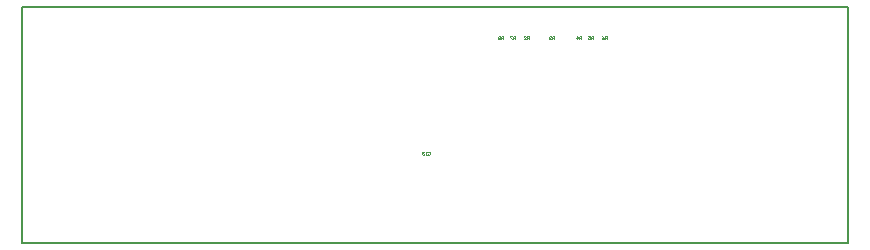
<source format=gbo>
G04*
G04 #@! TF.GenerationSoftware,Altium Limited,Altium Designer,20.0.1 (14)*
G04*
G04 Layer_Color=32896*
%FSLAX24Y24*%
%MOIN*%
G70*
G01*
G75*
%ADD13C,0.0020*%
%ADD15C,0.0060*%
D13*
X16050Y6800D02*
Y6900D01*
X16000D01*
X15983Y6883D01*
Y6850D01*
X16000Y6833D01*
X16050D01*
X16017D02*
X15983Y6800D01*
X15950Y6883D02*
X15933Y6900D01*
X15900D01*
X15883Y6883D01*
Y6867D01*
X15900Y6850D01*
X15883Y6833D01*
Y6817D01*
X15900Y6800D01*
X15933D01*
X15950Y6817D01*
Y6833D01*
X15933Y6850D01*
X15950Y6867D01*
Y6883D01*
X15933Y6850D02*
X15900D01*
X16450Y6800D02*
Y6900D01*
X16400D01*
X16383Y6883D01*
Y6850D01*
X16400Y6833D01*
X16450D01*
X16417D02*
X16383Y6800D01*
X16350Y6900D02*
X16283D01*
Y6883D01*
X16350Y6817D01*
Y6800D01*
X19500D02*
Y6900D01*
X19450D01*
X19433Y6883D01*
Y6850D01*
X19450Y6833D01*
X19500D01*
X19467D02*
X19433Y6800D01*
X19333Y6900D02*
X19367Y6883D01*
X19400Y6850D01*
Y6817D01*
X19383Y6800D01*
X19350D01*
X19333Y6817D01*
Y6833D01*
X19350Y6850D01*
X19400D01*
X19050Y6800D02*
Y6900D01*
X19000D01*
X18983Y6883D01*
Y6850D01*
X19000Y6833D01*
X19050D01*
X19017D02*
X18983Y6800D01*
X18883Y6900D02*
X18950D01*
Y6850D01*
X18917Y6867D01*
X18900D01*
X18883Y6850D01*
Y6817D01*
X18900Y6800D01*
X18933D01*
X18950Y6817D01*
X18650Y6800D02*
Y6900D01*
X18600D01*
X18583Y6883D01*
Y6850D01*
X18600Y6833D01*
X18650D01*
X18617D02*
X18583Y6800D01*
X18500D02*
Y6900D01*
X18550Y6850D01*
X18483D01*
X17750Y6800D02*
Y6900D01*
X17700D01*
X17683Y6883D01*
Y6850D01*
X17700Y6833D01*
X17750D01*
X17717D02*
X17683Y6800D01*
X17650Y6883D02*
X17633Y6900D01*
X17600D01*
X17583Y6883D01*
Y6867D01*
X17600Y6850D01*
X17617D01*
X17600D01*
X17583Y6833D01*
Y6817D01*
X17600Y6800D01*
X17633D01*
X17650Y6817D01*
X16900Y6800D02*
Y6900D01*
X16850D01*
X16833Y6883D01*
Y6850D01*
X16850Y6833D01*
X16900D01*
X16867D02*
X16833Y6800D01*
X16733D02*
X16800D01*
X16733Y6867D01*
Y6883D01*
X16750Y6900D01*
X16783D01*
X16800Y6883D01*
X13533Y3033D02*
X13550Y3050D01*
X13583D01*
X13600Y3033D01*
Y2967D01*
X13583Y2950D01*
X13550D01*
X13533Y2967D01*
X13500Y2950D02*
X13467D01*
X13483D01*
Y3050D01*
X13500Y3033D01*
X13417D02*
X13400Y3050D01*
X13367D01*
X13350Y3033D01*
Y3017D01*
X13367Y3000D01*
X13383D01*
X13367D01*
X13350Y2983D01*
Y2967D01*
X13367Y2950D01*
X13400D01*
X13417Y2967D01*
D15*
X27559Y0D02*
Y7874D01*
X0Y0D02*
Y7874D01*
Y0D02*
X27559D01*
X0Y7874D02*
X27559D01*
M02*

</source>
